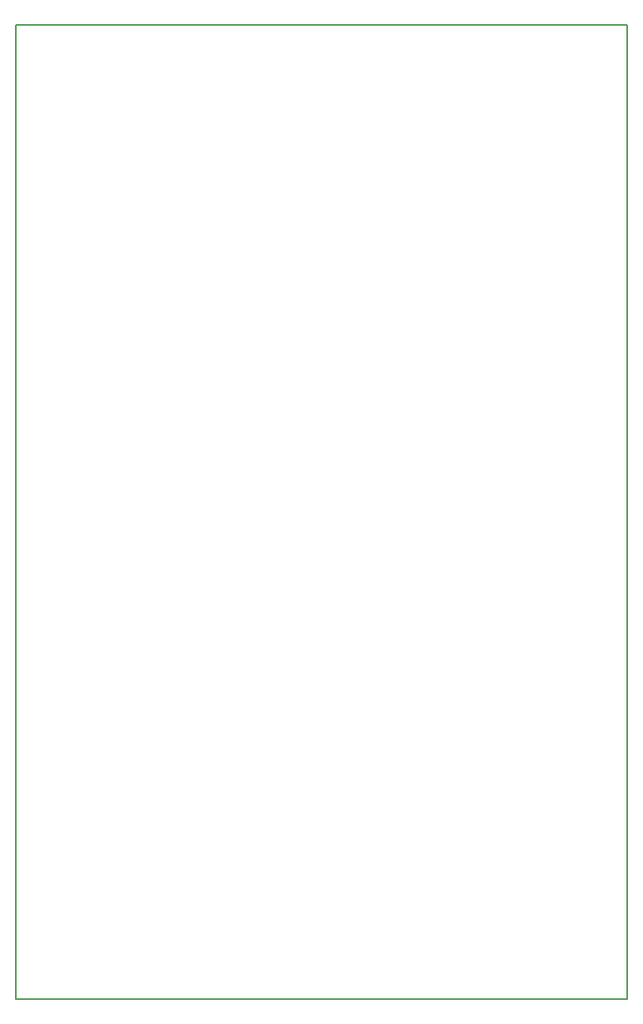
<source format=gm1>
G04 #@! TF.FileFunction,Profile,NP*
%FSLAX46Y46*%
G04 Gerber Fmt 4.6, Leading zero omitted, Abs format (unit mm)*
G04 Created by KiCad (PCBNEW 4.0.7) date Saturday 21 July 2018 16:49:46*
%MOMM*%
%LPD*%
G01*
G04 APERTURE LIST*
%ADD10C,0.100000*%
%ADD11C,0.150000*%
G04 APERTURE END LIST*
D10*
D11*
X95250000Y-152400000D02*
X95250000Y-43180000D01*
X163830000Y-152400000D02*
X95250000Y-152400000D01*
X163830000Y-43180000D02*
X163830000Y-152400000D01*
X95250000Y-43180000D02*
X163830000Y-43180000D01*
M02*

</source>
